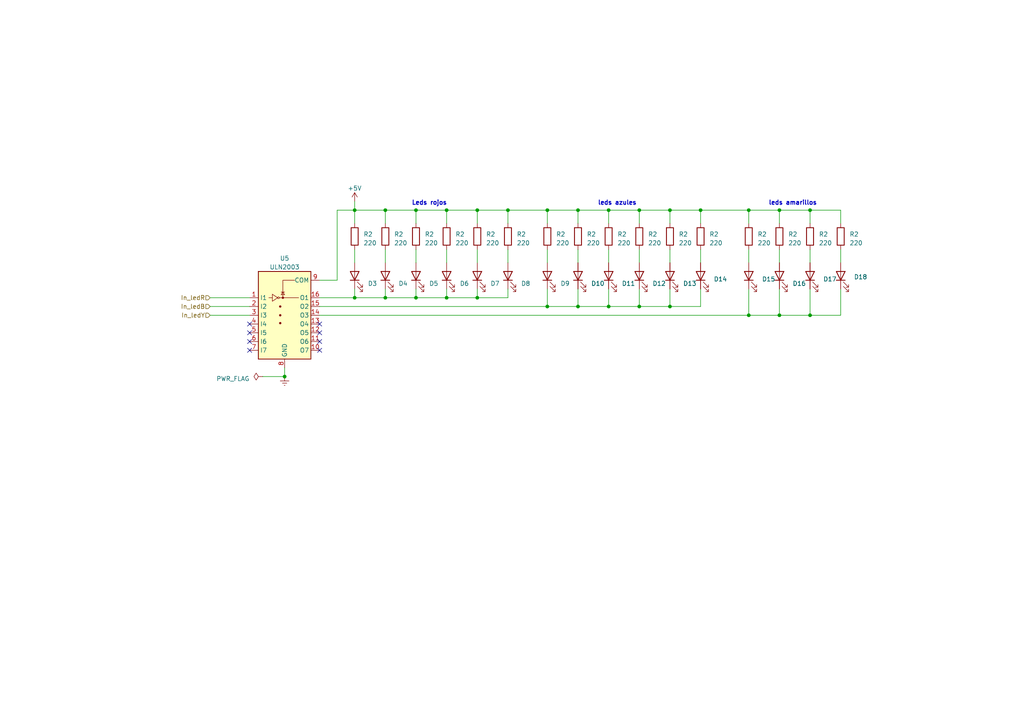
<source format=kicad_sch>
(kicad_sch (version 20230121) (generator eeschema)
  (paper "A4")
  (lib_symbols
    (symbol "Device:LED" (pin_numbers hide) (pin_names (offset 1.016) hide)
      (property "Reference" "D" (at 0 2.54 0))
      (property "Value" "LED" (at 0 -2.54 0))
      (symbol "LED_0_1"
        (polyline (pts (xy -1.27 -1.27) (xy -1.27 1.27)) (stroke (width 0.254)))
        (polyline (pts (xy -1.27 0) (xy 1.27 0)))
        (polyline (pts (xy 1.27 -1.27) (xy 1.27 1.27) (xy -1.27 0) (xy 1.27 -1.27)) (stroke (width 0.254)))
        (polyline (pts (xy -3.048 -0.762) (xy -4.572 -2.286) (xy -3.81 -2.286) (xy -4.572 -2.286) (xy -4.572 -1.524)))
        (polyline (pts (xy -1.778 -0.762) (xy -3.302 -2.286) (xy -2.54 -2.286) (xy -3.302 -2.286) (xy -3.302 -1.524)))
      )
      (symbol "LED_1_1"
        (pin passive line (at -3.81 0 0) (length 2.54) (name "K") (number "1"))
        (pin passive line (at 3.81 0 180) (length 2.54) (name "A") (number "2"))
      )
    )
    (symbol "Device:R" (pin_numbers hide) (pin_names (offset 0))
      (property "Reference" "R" (at 2.032 0 90))
      (property "Value" "R" (at 0 0 90))
      (symbol "R_0_1"
        (rectangle (start -1.016 -2.54) (end 1.016 2.54) (stroke (width 0.254)))
      )
      (symbol "R_1_1"
        (pin passive line (at 0 3.81 270) (length 1.27) (name "~") (number "1"))
        (pin passive line (at 0 -3.81 90) (length 1.27) (name "~") (number "2"))
      )
    )
    (symbol "Transistor_Array:ULN2003"
      (property "Reference" "U" (at 0 15.875 0))
      (property "Value" "ULN2003" (at 0 13.97 0))
      (symbol "ULN2003_0_1"
        (rectangle (start -7.62 -12.7) (end 7.62 12.7) (stroke (width 0.254)) (fill (type background)))
        (circle (center -1.778 5.08) (radius 0.254))
        (circle (center -1.27 -2.286) (radius 0.254) (fill (type outline)))
        (circle (center -1.27 0) (radius 0.254) (fill (type outline)))
        (circle (center -1.27 2.54) (radius 0.254) (fill (type outline)))
        (circle (center -0.508 5.08) (radius 0.254) (fill (type outline)))
        (polyline (pts (xy -4.572 5.08) (xy -3.556 5.08)))
        (polyline (pts (xy -1.524 5.08) (xy 4.064 5.08)))
        (polyline (pts (xy 0 6.731) (xy -1.016 6.731)))
        (polyline (pts (xy -0.508 5.08) (xy -0.508 10.16) (xy 2.921 10.16)))
        (polyline (pts (xy -3.556 6.096) (xy -3.556 4.064) (xy -2.032 5.08) (xy -3.556 6.096)))
        (polyline (pts (xy 0 5.969) (xy -1.016 5.969) (xy -0.508 6.731) (xy 0 5.969)))
      )
      (symbol "ULN2003_1_1"
        (pin input line (at -10.16 5.08 0) (length 2.54) (name "I1") (number "1"))
        (pin open_collector line (at 10.16 -10.16 180) (length 2.54) (name "O7") (number "10"))
        (pin open_collector line (at 10.16 -7.62 180) (length 2.54) (name "O6") (number "11"))
        (pin open_collector line (at 10.16 -5.08 180) (length 2.54) (name "O5") (number "12"))
        (pin open_collector line (at 10.16 -2.54 180) (length 2.54) (name "O4") (number "13"))
        (pin open_collector line (at 10.16 0 180) (length 2.54) (name "O3") (number "14"))
        (pin open_collector line (at 10.16 2.54 180) (length 2.54) (name "O2") (number "15"))
        (pin open_collector line (at 10.16 5.08 180) (length 2.54) (name "O1") (number "16"))
        (pin input line (at -10.16 2.54 0) (length 2.54) (name "I2") (number "2"))
        (pin input line (at -10.16 0 0) (length 2.54) (name "I3") (number "3"))
        (pin input line (at -10.16 -2.54 0) (length 2.54) (name "I4") (number "4"))
        (pin input line (at -10.16 -5.08 0) (length 2.54) (name "I5") (number "5"))
        (pin input line (at -10.16 -7.62 0) (length 2.54) (name "I6") (number "6"))
        (pin input line (at -10.16 -10.16 0) (length 2.54) (name "I7") (number "7"))
        (pin power_in line (at 0 -15.24 90) (length 2.54) (name "GND") (number "8"))
        (pin passive line (at 10.16 10.16 180) (length 2.54) (name "COM") (number "9"))
      )
    )
    (symbol "power:+5V" (power) (pin_names (offset 0))
      (property "Value" "+5V" (at 0 3.556 0))
      (symbol "+5V_0_1"
        (polyline (pts (xy -0.762 1.27) (xy 0 2.54)))
        (polyline (pts (xy 0 0) (xy 0 2.54)))
        (polyline (pts (xy 0 2.54) (xy 0.762 1.27)))
      )
      (symbol "+5V_1_1"
        (pin power_in line (at 0 0 90) (length 0) hide (name "+5V") (number "1"))
      )
    )
    (symbol "power:Earth" (power) (pin_names (offset 0))
      (symbol "Earth_0_1"
        (polyline (pts (xy -0.635 -1.905) (xy 0.635 -1.905)))
        (polyline (pts (xy -0.127 -2.54) (xy 0.127 -2.54)))
        (polyline (pts (xy 0 -1.27) (xy 0 0)))
        (polyline (pts (xy 1.27 -1.27) (xy -1.27 -1.27)))
      )
      (symbol "Earth_1_1"
        (pin power_in line (at 0 0 270) (length 0) hide (name "Earth") (number "1"))
      )
    )
    (symbol "power:PWR_FLAG" (power) (pin_numbers hide) (pin_names (offset 0) hide)
      (property "Value" "PWR_FLAG" (at 0 3.81 0))
      (symbol "PWR_FLAG_0_0"
        (pin power_out line (at 0 0 90) (length 0) (name "pwr") (number "1"))
      )
      (symbol "PWR_FLAG_0_1"
        (polyline (pts (xy 0 0) (xy 0 1.27) (xy -1.016 1.905) (xy 0 2.54) (xy 1.016 1.905) (xy 0 1.27)))
      )
    )
  )
  (junction (at 158.75 88.9))
  (junction (at 176.53 88.9))
  (junction (at 120.65 60.96))
  (junction (at 194.31 88.9))
  (junction (at 120.65 86.36))
  (junction (at 176.53 60.96))
  (junction (at 226.06 91.44))
  (junction (at 129.54 86.36))
  (junction (at 234.95 60.96))
  (junction (at 82.55 109.22))
  (junction (at 185.42 60.96))
  (junction (at 158.75 60.96))
  (junction (at 167.64 60.96))
  (junction (at 129.54 60.96))
  (junction (at 167.64 88.9))
  (junction (at 194.31 60.96))
  (junction (at 111.76 60.96))
  (junction (at 217.17 91.44))
  (junction (at 234.95 91.44))
  (junction (at 138.43 86.36))
  (junction (at 102.87 60.96))
  (junction (at 185.42 88.9))
  (junction (at 138.43 60.96))
  (junction (at 203.2 60.96))
  (junction (at 217.17 60.96))
  (junction (at 102.87 86.36))
  (junction (at 147.32 60.96))
  (junction (at 226.06 60.96))
  (junction (at 111.76 86.36))
  (no_connect (at 92.71 101.6))
  (no_connect (at 92.71 99.06))
  (no_connect (at 72.39 93.98))
  (no_connect (at 92.71 96.52))
  (no_connect (at 72.39 101.6))
  (no_connect (at 72.39 96.52))
  (no_connect (at 92.71 93.98))
  (no_connect (at 72.39 99.06))
  (wire (pts (xy 147.32 83.82) (xy 147.32 86.36)))
  (wire (pts (xy 194.31 72.39) (xy 194.31 76.2)))
  (wire (pts (xy 185.42 60.96) (xy 185.42 64.77)))
  (wire (pts (xy 147.32 86.36) (xy 138.43 86.36)))
  (wire (pts (xy 92.71 91.44) (xy 217.17 91.44)))
  (wire (pts (xy 176.53 88.9) (xy 176.53 83.82)))
  (wire (pts (xy 194.31 60.96) (xy 203.2 60.96)))
  (wire (pts (xy 129.54 60.96) (xy 138.43 60.96)))
  (wire (pts (xy 102.87 72.39) (xy 102.87 76.2)))
  (wire (pts (xy 226.06 91.44) (xy 217.17 91.44)))
  (wire (pts (xy 147.32 60.96) (xy 158.75 60.96)))
  (wire (pts (xy 176.53 60.96) (xy 185.42 60.96)))
  (wire (pts (xy 76.2 109.22) (xy 82.55 109.22)))
  (wire (pts (xy 203.2 60.96) (xy 217.17 60.96)))
  (wire (pts (xy 158.75 72.39) (xy 158.75 76.2)))
  (wire (pts (xy 102.87 83.82) (xy 102.87 86.36)))
  (wire (pts (xy 147.32 72.39) (xy 147.32 76.2)))
  (wire (pts (xy 217.17 60.96) (xy 226.06 60.96)))
  (wire (pts (xy 203.2 60.96) (xy 203.2 64.77)))
  (wire (pts (xy 111.76 60.96) (xy 120.65 60.96)))
  (wire (pts (xy 226.06 60.96) (xy 226.06 64.77)))
  (wire (pts (xy 97.79 60.96) (xy 102.87 60.96)))
  (wire (pts (xy 120.65 83.82) (xy 120.65 86.36)))
  (wire (pts (xy 167.64 72.39) (xy 167.64 76.2)))
  (wire (pts (xy 158.75 60.96) (xy 167.64 60.96)))
  (wire (pts (xy 120.65 60.96) (xy 120.65 64.77)))
  (wire (pts (xy 203.2 88.9) (xy 194.31 88.9)))
  (wire (pts (xy 120.65 86.36) (xy 111.76 86.36)))
  (wire (pts (xy 203.2 83.82) (xy 203.2 88.9)))
  (wire (pts (xy 111.76 72.39) (xy 111.76 76.2)))
  (wire (pts (xy 102.87 86.36) (xy 92.71 86.36)))
  (wire (pts (xy 102.87 60.96) (xy 102.87 64.77)))
  (wire (pts (xy 129.54 83.82) (xy 129.54 86.36)))
  (wire (pts (xy 102.87 60.96) (xy 111.76 60.96)))
  (wire (pts (xy 234.95 83.82) (xy 234.95 91.44)))
  (wire (pts (xy 167.64 60.96) (xy 167.64 64.77)))
  (wire (pts (xy 185.42 88.9) (xy 194.31 88.9)))
  (wire (pts (xy 147.32 60.96) (xy 147.32 64.77)))
  (wire (pts (xy 217.17 72.39) (xy 217.17 76.2)))
  (wire (pts (xy 158.75 60.96) (xy 158.75 64.77)))
  (wire (pts (xy 158.75 83.82) (xy 158.75 88.9)))
  (wire (pts (xy 176.53 72.39) (xy 176.53 76.2)))
  (wire (pts (xy 203.2 72.39) (xy 203.2 76.2)))
  (wire (pts (xy 129.54 60.96) (xy 129.54 64.77)))
  (wire (pts (xy 92.71 88.9) (xy 158.75 88.9)))
  (wire (pts (xy 167.64 88.9) (xy 176.53 88.9)))
  (wire (pts (xy 243.84 91.44) (xy 234.95 91.44)))
  (wire (pts (xy 243.84 83.82) (xy 243.84 91.44)))
  (wire (pts (xy 217.17 60.96) (xy 217.17 64.77)))
  (wire (pts (xy 120.65 72.39) (xy 120.65 76.2)))
  (wire (pts (xy 111.76 60.96) (xy 111.76 64.77)))
  (wire (pts (xy 234.95 60.96) (xy 234.95 64.77)))
  (wire (pts (xy 194.31 83.82) (xy 194.31 88.9)))
  (wire (pts (xy 138.43 86.36) (xy 129.54 86.36)))
  (wire (pts (xy 167.64 60.96) (xy 176.53 60.96)))
  (wire (pts (xy 243.84 60.96) (xy 243.84 64.77)))
  (wire (pts (xy 92.71 81.28) (xy 97.79 81.28)))
  (wire (pts (xy 138.43 83.82) (xy 138.43 86.36)))
  (wire (pts (xy 226.06 60.96) (xy 234.95 60.96)))
  (wire (pts (xy 234.95 60.96) (xy 243.84 60.96)))
  (wire (pts (xy 102.87 86.36) (xy 111.76 86.36)))
  (wire (pts (xy 226.06 83.82) (xy 226.06 91.44)))
  (wire (pts (xy 234.95 91.44) (xy 226.06 91.44)))
  (wire (pts (xy 138.43 60.96) (xy 147.32 60.96)))
  (wire (pts (xy 60.96 86.36) (xy 72.39 86.36)))
  (wire (pts (xy 129.54 72.39) (xy 129.54 76.2)))
  (wire (pts (xy 217.17 83.82) (xy 217.17 91.44)))
  (wire (pts (xy 60.96 91.44) (xy 72.39 91.44)))
  (wire (pts (xy 138.43 72.39) (xy 138.43 76.2)))
  (wire (pts (xy 60.96 88.9) (xy 72.39 88.9)))
  (wire (pts (xy 226.06 72.39) (xy 226.06 76.2)))
  (wire (pts (xy 111.76 83.82) (xy 111.76 86.36)))
  (wire (pts (xy 138.43 60.96) (xy 138.43 64.77)))
  (wire (pts (xy 234.95 72.39) (xy 234.95 76.2)))
  (wire (pts (xy 129.54 86.36) (xy 120.65 86.36)))
  (wire (pts (xy 102.87 58.42) (xy 102.87 60.96)))
  (wire (pts (xy 82.55 106.68) (xy 82.55 109.22)))
  (wire (pts (xy 185.42 60.96) (xy 194.31 60.96)))
  (wire (pts (xy 185.42 83.82) (xy 185.42 88.9)))
  (wire (pts (xy 120.65 60.96) (xy 129.54 60.96)))
  (wire (pts (xy 167.64 83.82) (xy 167.64 88.9)))
  (wire (pts (xy 97.79 81.28) (xy 97.79 60.96)))
  (wire (pts (xy 243.84 72.39) (xy 243.84 76.2)))
  (wire (pts (xy 158.75 88.9) (xy 167.64 88.9)))
  (wire (pts (xy 176.53 60.96) (xy 176.53 64.77)))
  (wire (pts (xy 185.42 72.39) (xy 185.42 76.2)))
  (wire (pts (xy 176.53 88.9) (xy 185.42 88.9)))
  (wire (pts (xy 194.31 60.96) (xy 194.31 64.77)))
  (text "Leds rojos" (at 119.38 59.69 0) (effects (font (size 1.27 1.27) bold) (justify left bottom)))
  (text "leds azules" (at 173.355 59.69 0) (effects (font (size 1.27 1.27) bold) (justify left bottom)))
  (text "leds amarillos" (at 222.885 59.69 0) (effects (font (size 1.27 1.27) bold) (justify left bottom)))
  (hierarchical_label "In_ledY" (shape input) (at 60.96 91.44 180))
  (hierarchical_label "In_ledR" (shape input) (at 60.96 86.36 180))
  (hierarchical_label "In_ledB" (shape input) (at 60.96 88.9 180))
  (symbol (lib_id "Device:LED") (at 217.17 80.01 90) (unit 1)
    (property "Reference" "D15" (at 220.98 80.9625 90) (effects (justify right)))
    (property "Value" "Yellow_Led" (effects hide))
    (property "Footprint" "LED_SMD:LED_1206_3216Metric" (effects hide))
    (property "Datasheet" "https://www.rohm.com/datasheet?p=SML-S13YT&dist=Mouser&media=referral&source=mouser.com&campaign=Mouser" (effects hide))
    (property "Manufacturer_Part_Number" "SML-S13YTT68" (effects hide))
    (property "Mouser Price/Stock" "https://www.mouser.com/ProductDetail/ROHM-Semiconductor/SML-S13YTT68?qs=4v%252BiZTmLVHEFfQ9Y%252BRzD2Q%3D%3D" (effects hide))
    (instances (project "KISS_V2" (path "" (reference "D15") (unit 1))) (project "driver" (path "" (reference "D?") (unit 1))) (project "Proyecto kiss" (path "" (reference "D15") (unit 1))))
  )
  (symbol (lib_id "Device:LED") (at 176.53 80.01 90) (unit 1)
    (property "Reference" "D11" (at 180.34 82.2325 90) (effects (justify right)))
    (property "Value" "Blue_Led" (effects hide))
    (property "Footprint" "LED_SMD:LED_1206_3216Metric" (effects hide))
    (property "Datasheet" "https://www.mouser.com/datasheet/2/678/AV02_0977EN_2020_10_28-1827813.pdf" (effects hide))
    (property "Manufacturer_Part_Number" "HSMR-C150" (effects hide))
    (property "Mouser Price/Stock" "https://www.mouser.com/ProductDetail/Broadcom-Avago/HSMR-C150?qs=YDL0qNrpDT5KBl5KNuuRTw%3D%3D" (effects hide))
    (instances (project "KISS_V2" (path "" (reference "D11") (unit 1))) (project "driver" (path "" (reference "D?") (unit 1))) (project "Proyecto kiss" (path "" (reference "D11") (unit 1))))
  )
  (symbol (lib_id "Device:R") (at 147.32 68.58 0) (unit 1)
    (property "Reference" "R2" (at 149.86 67.945 0) (effects (justify left)))
    (property "Value" "220" (at 149.86 70.485 0) (effects (justify left)))
    (property "Footprint" "Resistor_SMD:R_0603_1608Metric" (effects hide))
    (property "Datasheet" "https://www.mouser.com/datasheet/2/427/crcw0201e3-1761851.pdf" (effects hide))
    (property "Manufacturer_Part_Number" "CRCW0201220KFKED" (effects hide))
    (property "Mouser Price/Stock" "https://www.mouser.com/ProductDetail/Vishay-Dale/CRCW0201220KFKED?qs=NYScm%2FwlDDYNqmB%252BWqlp%252Bw%3D%3D" (effects hide))
    (instances (project "KISS_V2" (path "" (reference "R2") (unit 1)) (path "" (reference "R11") (unit 1))) (project "Proyecto kiss" (path "" (reference "R8") (unit 1))))
  )
  (symbol (lib_id "power:+5V") (at 102.87 58.42 0) (unit 1)
    (property "Reference" "#PWR04" (effects hide))
    (property "Value" "+5V" (at 102.87 54.61 0))
  )
  (symbol (lib_id "Device:R") (at 102.87 68.58 0) (unit 1)
    (property "Reference" "R2" (at 105.41 67.945 0) (effects (justify left)))
    (property "Value" "220" (at 105.41 70.485 0) (effects (justify left)))
    (property "Footprint" "Resistor_SMD:R_0603_1608Metric" (effects hide))
    (property "Datasheet" "https://www.mouser.com/datasheet/2/427/crcw0201e3-1761851.pdf" (effects hide))
    (property "Mouser Price/Stock" "https://www.mouser.com/ProductDetail/Vishay-Dale/CRCW0201220KFKED?qs=NYScm%2FwlDDYNqmB%252BWqlp%252Bw%3D%3D" (effects hide))
    (property "Manufacturer_Part_Number" "CRCW0201220KFKED" (effects hide))
    (instances (project "KISS_V2" (path "" (reference "R2") (unit 1)) (path "" (reference "R6") (unit 1))) (project "Proyecto kiss" (path "" (reference "R3") (unit 1))))
  )
  (symbol (lib_id "Device:LED") (at 226.06 80.01 90) (unit 1)
    (property "Reference" "D16" (at 229.87 82.2325 90) (effects (justify right)))
    (property "Value" "Yellow_Led" (effects hide))
    (property "Footprint" "LED_SMD:LED_1206_3216Metric" (effects hide))
    (property "Datasheet" "https://www.rohm.com/datasheet?p=SML-S13YT&dist=Mouser&media=referral&source=mouser.com&campaign=Mouser" (effects hide))
    (property "Manufacturer_Part_Number" "SML-S13YTT68" (effects hide))
    (property "Mouser Price/Stock" "https://www.mouser.com/ProductDetail/ROHM-Semiconductor/SML-S13YTT68?qs=4v%252BiZTmLVHEFfQ9Y%252BRzD2Q%3D%3D" (effects hide))
    (instances (project "KISS_V2" (path "" (reference "D16") (unit 1))) (project "driver" (path "" (reference "D?") (unit 1))) (project "Proyecto kiss" (path "" (reference "D16") (unit 1))))
  )
  (symbol (lib_id "Device:R") (at 226.06 68.58 0) (unit 1)
    (property "Reference" "R2" (at 228.6 67.945 0) (effects (justify left)))
    (property "Value" "220" (at 228.6 70.485 0) (effects (justify left)))
    (property "Footprint" "Resistor_SMD:R_0603_1608Metric" (effects hide))
    (property "Datasheet" "https://www.mouser.com/datasheet/2/427/crcw0201e3-1761851.pdf" (effects hide))
    (property "Manufacturer_Part_Number" "CRCW0201220KFKED" (effects hide))
    (property "Mouser Price/Stock" "https://www.mouser.com/ProductDetail/Vishay-Dale/CRCW0201220KFKED?qs=NYScm%2FwlDDYNqmB%252BWqlp%252Bw%3D%3D" (effects hide))
    (instances (project "KISS_V2" (path "" (reference "R2") (unit 1)) (path "" (reference "R19") (unit 1))) (project "Proyecto kiss" (path "" (reference "R16") (unit 1))))
  )
  (symbol (lib_id "Device:R") (at 185.42 68.58 0) (unit 1)
    (property "Reference" "R2" (at 187.96 67.945 0) (effects (justify left)))
    (property "Value" "220" (at 187.96 70.485 0) (effects (justify left)))
    (property "Footprint" "Resistor_SMD:R_0603_1608Metric" (effects hide))
    (property "Datasheet" "https://www.mouser.com/datasheet/2/427/crcw0201e3-1761851.pdf" (effects hide))
    (property "Manufacturer_Part_Number" "CRCW0201220KFKED" (effects hide))
    (property "Mouser Price/Stock" "https://www.mouser.com/ProductDetail/Vishay-Dale/CRCW0201220KFKED?qs=NYScm%2FwlDDYNqmB%252BWqlp%252Bw%3D%3D" (effects hide))
    (instances (project "KISS_V2" (path "" (reference "R2") (unit 1)) (path "" (reference "R15") (unit 1))) (project "Proyecto kiss" (path "" (reference "R12") (unit 1))))
  )
  (symbol (lib_id "Device:LED") (at 194.31 80.01 90) (unit 1)
    (property "Reference" "D13" (at 198.12 82.2325 90) (effects (justify right)))
    (property "Value" "Blue_Led" (effects hide))
    (property "Footprint" "LED_SMD:LED_1206_3216Metric" (effects hide))
    (property "Datasheet" "https://www.mouser.com/datasheet/2/678/AV02_0977EN_2020_10_28-1827813.pdf" (effects hide))
    (property "Manufacturer_Part_Number" "HSMR-C150" (effects hide))
    (property "Mouser Price/Stock" "https://www.mouser.com/ProductDetail/Broadcom-Avago/HSMR-C150?qs=YDL0qNrpDT5KBl5KNuuRTw%3D%3D" (effects hide))
    (instances (project "KISS_V2" (path "" (reference "D13") (unit 1))) (project "driver" (path "" (reference "D?") (unit 1))) (project "Proyecto kiss" (path "" (reference "D13") (unit 1))))
  )
  (symbol (lib_id "Device:LED") (at 243.84 80.01 90) (unit 1)
    (property "Reference" "D18" (at 247.65 80.3274 90) (effects (justify right)))
    (property "Value" "Yellow_Led" (effects hide))
    (property "Footprint" "LED_SMD:LED_1206_3216Metric" (effects hide))
    (property "Datasheet" "https://www.rohm.com/datasheet?p=SML-S13YT&dist=Mouser&media=referral&source=mouser.com&campaign=Mouser" (effects hide))
    (property "Manufacturer_Part_Number" "SML-S13YTT68" (effects hide))
    (property "Mouser Price/Stock" "https://www.mouser.com/ProductDetail/ROHM-Semiconductor/SML-S13YTT68?qs=4v%252BiZTmLVHEFfQ9Y%252BRzD2Q%3D%3D" (effects hide))
    (instances (project "KISS_V2" (path "" (reference "D18") (unit 1))) (project "driver" (path "" (reference "D?") (unit 1))) (project "Proyecto kiss" (path "" (reference "D18") (unit 1))))
  )
  (symbol (lib_id "power:Earth") (at 82.55 109.22 0) (unit 1)
    (property "Reference" "#PWR04" (effects hide))
    (property "Value" "Earth" (effects hide))
    (instances (project "KISS_V2" (path "" (reference "#PWR04") (unit 1))) (project "Proyecto kiss" (path "" (reference "#PWR02") (unit 1)) (path "" (reference "#PWR01") (unit 1))))
  )
  (symbol (lib_id "Device:LED") (at 203.2 80.01 90) (unit 1)
    (property "Reference" "D14" (at 207.01 80.9625 90) (effects (justify right)))
    (property "Value" "Blue_Led" (effects hide))
    (property "Footprint" "LED_SMD:LED_1206_3216Metric" (effects hide))
    (property "Datasheet" "https://www.mouser.com/datasheet/2/678/AV02_0977EN_2020_10_28-1827813.pdf" (effects hide))
    (property "Manufacturer_Part_Number" "HSMR-C150" (effects hide))
    (property "Mouser Price/Stock" "https://www.mouser.com/ProductDetail/Broadcom-Avago/HSMR-C150?qs=YDL0qNrpDT5KBl5KNuuRTw%3D%3D" (effects hide))
    (instances (project "KISS_V2" (path "" (reference "D14") (unit 1))) (project "driver" (path "" (reference "D?") (unit 1))) (project "Proyecto kiss" (path "" (reference "D14") (unit 1))))
  )
  (symbol (lib_id "Device:R") (at 158.75 68.58 0) (unit 1)
    (property "Reference" "R2" (at 161.29 67.945 0) (effects (justify left)))
    (property "Value" "220" (at 161.29 70.485 0) (effects (justify left)))
    (property "Footprint" "Resistor_SMD:R_0603_1608Metric" (effects hide))
    (property "Datasheet" "https://www.mouser.com/datasheet/2/427/crcw0201e3-1761851.pdf" (effects hide))
    (property "Manufacturer_Part_Number" "CRCW0201220KFKED" (effects hide))
    (property "Mouser Price/Stock" "https://www.mouser.com/ProductDetail/Vishay-Dale/CRCW0201220KFKED?qs=NYScm%2FwlDDYNqmB%252BWqlp%252Bw%3D%3D" (effects hide))
    (instances (project "KISS_V2" (path "" (reference "R2") (unit 1)) (path "" (reference "R12") (unit 1))) (project "Proyecto kiss" (path "" (reference "R9") (unit 1))))
  )
  (symbol (lib_id "Device:R") (at 243.84 68.58 0) (unit 1)
    (property "Reference" "R2" (at 246.38 67.945 0) (effects (justify left)))
    (property "Value" "220" (at 246.38 70.485 0) (effects (justify left)))
    (property "Footprint" "Resistor_SMD:R_0603_1608Metric" (effects hide))
    (property "Datasheet" "https://www.mouser.com/datasheet/2/427/crcw0201e3-1761851.pdf" (effects hide))
    (property "Manufacturer_Part_Number" "CRCW0201220KFKED" (effects hide))
    (property "Mouser Price/Stock" "https://www.mouser.com/ProductDetail/Vishay-Dale/CRCW0201220KFKED?qs=NYScm%2FwlDDYNqmB%252BWqlp%252Bw%3D%3D" (effects hide))
    (instances (project "KISS_V2" (path "" (reference "R2") (unit 1)) (path "" (reference "R21") (unit 1))) (project "Proyecto kiss" (path "" (reference "R18") (unit 1))))
  )
  (symbol (lib_id "Device:R") (at 120.65 68.58 0) (unit 1)
    (property "Reference" "R2" (at 123.19 67.945 0) (effects (justify left)))
    (property "Value" "220" (at 123.19 70.485 0) (effects (justify left)))
    (property "Footprint" "Resistor_SMD:R_0603_1608Metric" (effects hide))
    (property "Datasheet" "https://www.mouser.com/datasheet/2/427/crcw0201e3-1761851.pdf" (effects hide))
    (property "Manufacturer_Part_Number" "CRCW0201220KFKED" (effects hide))
    (property "Mouser Price/Stock" "https://www.mouser.com/ProductDetail/Vishay-Dale/CRCW0201220KFKED?qs=NYScm%2FwlDDYNqmB%252BWqlp%252Bw%3D%3D" (effects hide))
    (instances (project "KISS_V2" (path "" (reference "R2") (unit 1)) (path "" (reference "R8") (unit 1))) (project "Proyecto kiss" (path "" (reference "R5") (unit 1))))
  )
  (symbol (lib_id "Device:LED") (at 234.95 80.01 90) (unit 1)
    (property "Reference" "D17" (at 238.76 80.9625 90) (effects (justify right)))
    (property "Value" "Yellow_Led" (effects hide))
    (property "Footprint" "LED_SMD:LED_1206_3216Metric" (effects hide))
    (property "Datasheet" "https://www.rohm.com/datasheet?p=SML-S13YT&dist=Mouser&media=referral&source=mouser.com&campaign=Mouser" (effects hide))
    (property "Manufacturer_Part_Number" "SML-S13YTT68" (effects hide))
    (property "Mouser Price/Stock" "https://www.mouser.com/ProductDetail/ROHM-Semiconductor/SML-S13YTT68?qs=4v%252BiZTmLVHEFfQ9Y%252BRzD2Q%3D%3D" (effects hide))
    (instances (project "KISS_V2" (path "" (reference "D17") (unit 1))) (project "driver" (path "" (reference "D?") (unit 1))) (project "Proyecto kiss" (path "" (reference "D17") (unit 1))))
  )
  (symbol (lib_id "Device:R") (at 176.53 68.58 0) (unit 1)
    (property "Reference" "R2" (at 179.07 67.945 0) (effects (justify left)))
    (property "Value" "220" (at 179.07 70.485 0) (effects (justify left)))
    (property "Footprint" "Resistor_SMD:R_0603_1608Metric" (effects hide))
    (property "Datasheet" "https://www.mouser.com/datasheet/2/427/crcw0201e3-1761851.pdf" (effects hide))
    (property "Manufacturer_Part_Number" "CRCW0201220KFKED" (effects hide))
    (property "Mouser Price/Stock" "https://www.mouser.com/ProductDetail/Vishay-Dale/CRCW0201220KFKED?qs=NYScm%2FwlDDYNqmB%252BWqlp%252Bw%3D%3D" (effects hide))
    (instances (project "KISS_V2" (path "" (reference "R2") (unit 1)) (path "" (reference "R14") (unit 1))) (project "Proyecto kiss" (path "" (reference "R11") (unit 1))))
  )
  (symbol (lib_id "Device:LED") (at 167.64 80.01 90) (unit 1)
    (property "Reference" "D10" (at 171.45 82.2325 90) (effects (justify right)))
    (property "Value" "Blue_Led" (effects hide))
    (property "Footprint" "LED_SMD:LED_1206_3216Metric" (effects hide))
    (property "Datasheet" "https://www.mouser.com/datasheet/2/678/AV02_0977EN_2020_10_28-1827813.pdf" (effects hide))
    (property "Manufacturer_Part_Number" "HSMR-C150" (effects hide))
    (property "Mouser Price/Stock" "https://www.mouser.com/ProductDetail/Broadcom-Avago/HSMR-C150?qs=YDL0qNrpDT5KBl5KNuuRTw%3D%3D" (effects hide))
    (instances (project "KISS_V2" (path "" (reference "D10") (unit 1))) (project "driver" (path "" (reference "D?") (unit 1))) (project "Proyecto kiss" (path "" (reference "D10") (unit 1))))
  )
  (symbol (lib_id "Device:R") (at 167.64 68.58 0) (unit 1)
    (property "Reference" "R2" (at 170.18 67.945 0) (effects (justify left)))
    (property "Value" "220" (at 170.18 70.485 0) (effects (justify left)))
    (property "Footprint" "Resistor_SMD:R_0603_1608Metric" (effects hide))
    (property "Datasheet" "https://www.mouser.com/datasheet/2/427/crcw0201e3-1761851.pdf" (effects hide))
    (property "Manufacturer_Part_Number" "CRCW0201220KFKED" (effects hide))
    (property "Mouser Price/Stock" "https://www.mouser.com/ProductDetail/Vishay-Dale/CRCW0201220KFKED?qs=NYScm%2FwlDDYNqmB%252BWqlp%252Bw%3D%3D" (effects hide))
    (instances (project "KISS_V2" (path "" (reference "R2") (unit 1)) (path "" (reference "R13") (unit 1))) (project "Proyecto kiss" (path "" (reference "R10") (unit 1))))
  )
  (symbol (lib_id "Device:R") (at 217.17 68.58 0) (unit 1)
    (property "Reference" "R2" (at 219.71 67.945 0) (effects (justify left)))
    (property "Value" "220" (at 219.71 70.485 0) (effects (justify left)))
    (property "Footprint" "Resistor_SMD:R_0603_1608Metric" (effects hide))
    (property "Datasheet" "https://www.mouser.com/datasheet/2/427/crcw0201e3-1761851.pdf" (effects hide))
    (property "Manufacturer_Part_Number" "CRCW0201220KFKED" (effects hide))
    (property "Mouser Price/Stock" "https://www.mouser.com/ProductDetail/Vishay-Dale/CRCW0201220KFKED?qs=NYScm%2FwlDDYNqmB%252BWqlp%252Bw%3D%3D" (effects hide))
    (instances (project "KISS_V2" (path "" (reference "R2") (unit 1)) (path "" (reference "R18") (unit 1))) (project "Proyecto kiss" (path "" (reference "R15") (unit 1))))
  )
  (symbol (lib_id "Transistor_Array:ULN2003") (at 82.55 91.44 0) (unit 1)
    (property "Reference" "U5" (at 82.55 74.93 0))
    (property "Value" "ULN2003" (at 82.55 77.47 0))
    (property "Footprint" "Package_SO:SOIC-16_4.55x10.3mm_P1.27mm" (effects hide))
    (property "Datasheet" "http://www.ti.com/lit/ds/symlink/uln2003a.pdf" (effects hide))
    (property "Manufacturer_Part_Number" "ULN2004AD" (effects hide))
    (property "Mouser Price/Stock" "https://www.mouser.com/ProductDetail/Texas-Instruments/ULN2004AD?qs=w32V8uFkMxnZ%2FGfS4ds%2FgQ%3D%3D" (effects hide))
    (instances (project "KISS_V2" (path "" (reference "U5") (unit 1))) (project "Proyecto kiss" (path "" (reference "U3") (unit 1))))
  )
  (symbol (lib_id "Device:R") (at 138.43 68.58 0) (unit 1)
    (property "Reference" "R2" (at 140.97 67.945 0) (effects (justify left)))
    (property "Value" "220" (at 140.97 70.485 0) (effects (justify left)))
    (property "Footprint" "Resistor_SMD:R_0603_1608Metric" (effects hide))
    (property "Datasheet" "https://www.mouser.com/datasheet/2/427/crcw0201e3-1761851.pdf" (effects hide))
    (property "Manufacturer_Part_Number" "CRCW0201220KFKED" (effects hide))
    (property "Mouser Price/Stock" "https://www.mouser.com/ProductDetail/Vishay-Dale/CRCW0201220KFKED?qs=NYScm%2FwlDDYNqmB%252BWqlp%252Bw%3D%3D" (effects hide))
    (instances (project "KISS_V2" (path "" (reference "R2") (unit 1)) (path "" (reference "R10") (unit 1))) (project "Proyecto kiss" (path "" (reference "R7") (unit 1))))
  )
  (symbol (lib_id "Device:LED") (at 120.65 80.01 90) (unit 1)
    (property "Reference" "D5" (at 124.46 82.2325 90) (effects (justify right)))
    (property "Value" "Red_Led" (effects hide))
    (property "Footprint" "LED_SMD:LED_1206_3216Metric" (effects hide))
    (property "Datasheet" "https://www.rohm.com/datasheet?p=SML-S13UT&dist=Mouser&media=referral&source=mouser.com&campaign=Mouser" (effects hide))
    (property "Manufacturer_Part_Number" "SML-S13UTT68" (effects hide))
    (property "Mouser Price/Stock" "https://www.mouser.com/ProductDetail/ROHM-Semiconductor/SML-S13UTT68?qs=4v%252BiZTmLVHFyCyX4u00HAg%3D%3D" (effects hide))
    (instances (project "KISS_V2" (path "" (reference "D5") (unit 1))) (project "driver" (path "" (reference "D?") (unit 1))) (project "Proyecto kiss" (path "" (reference "D5") (unit 1))))
  )
  (symbol (lib_id "Device:R") (at 129.54 68.58 0) (unit 1)
    (property "Reference" "R2" (at 132.08 67.945 0) (effects (justify left)))
    (property "Value" "220" (at 132.08 70.485 0) (effects (justify left)))
    (property "Footprint" "Resistor_SMD:R_0603_1608Metric" (effects hide))
    (property "Datasheet" "https://www.mouser.com/datasheet/2/427/crcw0201e3-1761851.pdf" (effects hide))
    (property "Manufacturer_Part_Number" "CRCW0201220KFKED" (effects hide))
    (property "Mouser Price/Stock" "https://www.mouser.com/ProductDetail/Vishay-Dale/CRCW0201220KFKED?qs=NYScm%2FwlDDYNqmB%252BWqlp%252Bw%3D%3D" (effects hide))
    (instances (project "KISS_V2" (path "" (reference "R2") (unit 1)) (path "" (reference "R9") (unit 1))) (project "Proyecto kiss" (path "" (reference "R6") (unit 1))))
  )
  (symbol (lib_id "Device:LED") (at 102.87 80.01 90) (unit 1)
    (property "Reference" "D3" (at 106.68 82.2325 90) (effects (justify right)))
    (property "Value" "Red_Led" (effects hide))
    (property "Footprint" "LED_SMD:LED_1206_3216Metric" (effects hide))
    (property "Datasheet" "https://www.rohm.com/datasheet?p=SML-S13UT&dist=Mouser&media=referral&source=mouser.com&campaign=Mouser" (effects hide))
    (property "Manufacturer_Part_Number" "SML-S13UTT68" (effects hide))
    (property "Mouser Price/Stock" "https://www.mouser.com/ProductDetail/ROHM-Semiconductor/SML-S13UTT68?qs=4v%252BiZTmLVHFyCyX4u00HAg%3D%3D" (effects hide))
    (instances (project "KISS_V2" (path "" (reference "D3") (unit 1))) (project "driver" (path "" (reference "D?") (unit 1))) (project "Proyecto kiss" (path "" (reference "D3") (unit 1))))
  )
  (symbol (lib_id "Device:R") (at 234.95 68.58 0) (unit 1)
    (property "Reference" "R2" (at 237.49 67.945 0) (effects (justify left)))
    (property "Value" "220" (at 237.49 70.485 0) (effects (justify left)))
    (property "Footprint" "Resistor_SMD:R_0603_1608Metric" (effects hide))
    (property "Datasheet" "https://www.mouser.com/datasheet/2/427/crcw0201e3-1761851.pdf" (effects hide))
    (property "Manufacturer_Part_Number" "CRCW0201220KFKED" (effects hide))
    (property "Mouser Price/Stock" "https://www.mouser.com/ProductDetail/Vishay-Dale/CRCW0201220KFKED?qs=NYScm%2FwlDDYNqmB%252BWqlp%252Bw%3D%3D" (effects hide))
    (instances (project "KISS_V2" (path "" (reference "R2") (unit 1)) (path "" (reference "R20") (unit 1))) (project "Proyecto kiss" (path "" (reference "R17") (unit 1))))
  )
  (symbol (lib_id "Device:R") (at 194.31 68.58 0) (unit 1)
    (property "Reference" "R2" (at 196.85 67.945 0) (effects (justify left)))
    (property "Value" "220" (at 196.85 70.485 0) (effects (justify left)))
    (property "Footprint" "Resistor_SMD:R_0603_1608Metric" (effects hide))
    (property "Datasheet" "https://www.mouser.com/datasheet/2/427/crcw0201e3-1761851.pdf" (effects hide))
    (property "Manufacturer_Part_Number" "CRCW0201220KFKED" (effects hide))
    (property "Mouser Price/Stock" "https://www.mouser.com/ProductDetail/Vishay-Dale/CRCW0201220KFKED?qs=NYScm%2FwlDDYNqmB%252BWqlp%252Bw%3D%3D" (effects hide))
    (instances (project "KISS_V2" (path "" (reference "R2") (unit 1)) (path "" (reference "R16") (unit 1))) (project "Proyecto kiss" (path "" (reference "R13") (unit 1))))
  )
  (symbol (lib_id "power:PWR_FLAG") (at 76.2 109.22 90) (unit 1)
    (property "Reference" "#FLG04" (effects hide))
    (property "Value" "PWR_FLAG" (at 72.39 109.855 90) (effects (justify left)))
  )
  (symbol (lib_id "Device:LED") (at 129.54 80.01 90) (unit 1)
    (property "Reference" "D6" (at 133.35 82.2325 90) (effects (justify right)))
    (property "Value" "Red_Led" (effects hide))
    (property "Footprint" "LED_SMD:LED_1206_3216Metric" (effects hide))
    (property "Datasheet" "https://www.rohm.com/datasheet?p=SML-S13UT&dist=Mouser&media=referral&source=mouser.com&campaign=Mouser" (effects hide))
    (property "Manufacturer_Part_Number" "SML-S13UTT68" (effects hide))
    (property "Mouser Price/Stock" "https://www.mouser.com/ProductDetail/ROHM-Semiconductor/SML-S13UTT68?qs=4v%252BiZTmLVHFyCyX4u00HAg%3D%3D" (effects hide))
    (instances (project "KISS_V2" (path "" (reference "D6") (unit 1))) (project "driver" (path "" (reference "D?") (unit 1))) (project "Proyecto kiss" (path "" (reference "D6") (unit 1))))
  )
  (symbol (lib_id "Device:LED") (at 138.43 80.01 90) (unit 1)
    (property "Reference" "D7" (at 142.24 82.2325 90) (effects (justify right)))
    (property "Value" "Red_Led" (effects hide))
    (property "Footprint" "LED_SMD:LED_1206_3216Metric" (effects hide))
    (property "Datasheet" "https://www.rohm.com/datasheet?p=SML-S13UT&dist=Mouser&media=referral&source=mouser.com&campaign=Mouser" (effects hide))
    (property "Manufacturer_Part_Number" "SML-S13UTT68" (effects hide))
    (property "Mouser Price/Stock" "https://www.mouser.com/ProductDetail/ROHM-Semiconductor/SML-S13UTT68?qs=4v%252BiZTmLVHFyCyX4u00HAg%3D%3D" (effects hide))
    (instances (project "KISS_V2" (path "" (reference "D7") (unit 1))) (project "driver" (path "" (reference "D?") (unit 1))) (project "Proyecto kiss" (path "" (reference "D7") (unit 1))))
  )
  (symbol (lib_id "Device:LED") (at 158.75 80.01 90) (unit 1)
    (property "Reference" "D9" (at 162.56 82.2325 90) (effects (justify right)))
    (property "Value" "Blue_Led" (effects hide))
    (property "Footprint" "LED_SMD:LED_1206_3216Metric" (effects hide))
    (property "Datasheet" "https://www.mouser.com/datasheet/2/678/AV02_0977EN_2020_10_28-1827813.pdf" (effects hide))
    (property "Manufacturer_Part_Number" "HSMR-C150" (effects hide))
    (property "Mouser Price/Stock" "https://www.mouser.com/ProductDetail/Broadcom-Avago/HSMR-C150?qs=YDL0qNrpDT5KBl5KNuuRTw%3D%3D" (effects hide))
    (instances (project "KISS_V2" (path "" (reference "D9") (unit 1))) (project "driver" (path "" (reference "D?") (unit 1))) (project "Proyecto kiss" (path "" (reference "D9") (unit 1))))
  )
  (symbol (lib_id "Device:R") (at 203.2 68.58 0) (unit 1)
    (property "Reference" "R2" (at 205.74 67.945 0) (effects (justify left)))
    (property "Value" "220" (at 205.74 70.485 0) (effects (justify left)))
    (property "Footprint" "Resistor_SMD:R_0603_1608Metric" (effects hide))
    (property "Datasheet" "https://www.mouser.com/datasheet/2/427/crcw0201e3-1761851.pdf" (effects hide))
    (property "Manufacturer_Part_Number" "CRCW0201220KFKED" (effects hide))
    (property "Mouser Price/Stock" "https://www.mouser.com/ProductDetail/Vishay-Dale/CRCW0201220KFKED?qs=NYScm%2FwlDDYNqmB%252BWqlp%252Bw%3D%3D" (effects hide))
    (instances (project "KISS_V2" (path "" (reference "R2") (unit 1)) (path "" (reference "R17") (unit 1))) (project "Proyecto kiss" (path "" (reference "R14") (unit 1))))
  )
  (symbol (lib_id "Device:LED") (at 111.76 80.01 90) (unit 1)
    (property "Reference" "D4" (at 115.57 82.2325 90) (effects (justify right)))
    (property "Value" "Red_Led" (effects hide))
    (property "Footprint" "LED_SMD:LED_1206_3216Metric" (effects hide))
    (property "Datasheet" "https://www.rohm.com/datasheet?p=SML-S13UT&dist=Mouser&media=referral&source=mouser.com&campaign=Mouser" (effects hide))
    (property "Manufacturer_Part_Number" "SML-S13UTT68" (effects hide))
    (property "Mouser Price/Stock" "https://www.mouser.com/ProductDetail/ROHM-Semiconductor/SML-S13UTT68?qs=4v%252BiZTmLVHFyCyX4u00HAg%3D%3D" (effects hide))
    (instances (project "KISS_V2" (path "" (reference "D4") (unit 1))) (project "driver" (path "" (reference "D?") (unit 1))) (project "Proyecto kiss" (path "" (reference "D4") (unit 1))))
  )
  (symbol (lib_id "Device:LED") (at 147.32 80.01 90) (unit 1)
    (property "Reference" "D8" (at 151.13 82.2325 90) (effects (justify right)))
    (property "Value" "Red_Led" (effects hide))
    (property "Footprint" "LED_SMD:LED_1206_3216Metric" (effects hide))
    (property "Datasheet" "https://www.rohm.com/datasheet?p=SML-S13UT&dist=Mouser&media=referral&source=mouser.com&campaign=Mouser" (effects hide))
    (property "Manufacturer_Part_Number" "SML-S13UTT68" (effects hide))
    (property "Mouser Price/Stock" "https://www.mouser.com/ProductDetail/ROHM-Semiconductor/SML-S13UTT68?qs=4v%252BiZTmLVHFyCyX4u00HAg%3D%3D" (effects hide))
    (instances (project "KISS_V2" (path "" (reference "D8") (unit 1))) (project "driver" (path "" (reference "D?") (unit 1))) (project "Proyecto kiss" (path "" (reference "D8") (unit 1))))
  )
  (symbol (lib_id "Device:LED") (at 185.42 80.01 90) (unit 1)
    (property "Reference" "D12" (at 189.23 82.2325 90) (effects (justify right)))
    (property "Value" "Blue_Led" (effects hide))
    (property "Footprint" "LED_SMD:LED_1206_3216Metric" (effects hide))
    (property "Datasheet" "https://www.mouser.com/datasheet/2/678/AV02_0977EN_2020_10_28-1827813.pdf" (effects hide))
    (property "Manufacturer_Part_Number" "HSMR-C150" (effects hide))
    (property "Mouser Price/Stock" "https://www.mouser.com/ProductDetail/Broadcom-Avago/HSMR-C150?qs=YDL0qNrpDT5KBl5KNuuRTw%3D%3D" (effects hide))
    (instances (project "KISS_V2" (path "" (reference "D12") (unit 1))) (project "driver" (path "" (reference "D?") (unit 1))) (project "Proyecto kiss" (path "" (reference "D12") (unit 1))))
  )
  (symbol (lib_id "Device:R") (at 111.76 68.58 0) (unit 1)
    (property "Reference" "R2" (at 114.3 67.945 0) (effects (justify left)))
    (property "Value" "220" (at 114.3 70.485 0) (effects (justify left)))
    (property "Footprint" "Resistor_SMD:R_0603_1608Metric" (effects hide))
    (property "Datasheet" "https://www.mouser.com/datasheet/2/427/crcw0201e3-1761851.pdf" (effects hide))
    (property "Manufacturer_Part_Number" "CRCW0201220KFKED" (effects hide))
    (property "Mouser Price/Stock" "https://www.mouser.com/ProductDetail/Vishay-Dale/CRCW0201220KFKED?qs=NYScm%2FwlDDYNqmB%252BWqlp%252Bw%3D%3D" (effects hide))
    (instances (project "KISS_V2" (path "" (reference "R2") (unit 1)) (path "" (reference "R7") (unit 1))) (project "Proyecto kiss" (path "" (reference "R4") (unit 1))))
  )
)
</source>
